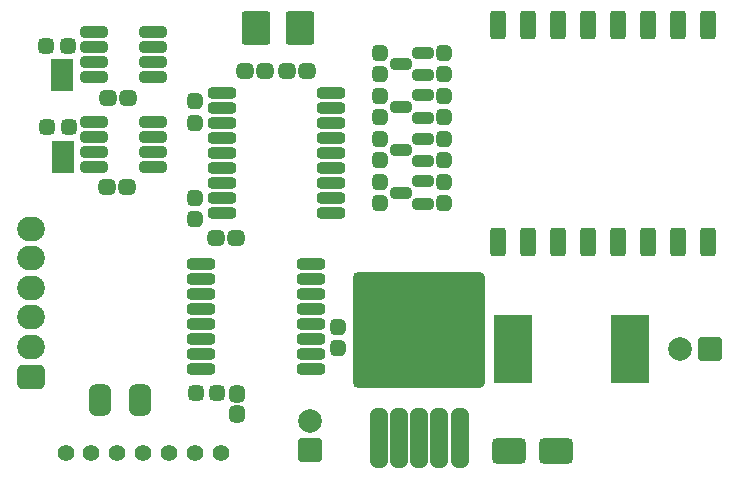
<source format=gbr>
%TF.GenerationSoftware,KiCad,Pcbnew,7.0.6*%
%TF.CreationDate,2023-11-27T09:51:19+01:00*%
%TF.ProjectId,PSACANBridgeHW_v14,50534143-414e-4427-9269-64676548575f,rev?*%
%TF.SameCoordinates,Original*%
%TF.FileFunction,Soldermask,Top*%
%TF.FilePolarity,Negative*%
%FSLAX46Y46*%
G04 Gerber Fmt 4.6, Leading zero omitted, Abs format (unit mm)*
G04 Created by KiCad (PCBNEW 7.0.6) date 2023-11-27 09:51:19*
%MOMM*%
%LPD*%
G01*
G04 APERTURE LIST*
G04 Aperture macros list*
%AMRoundRect*
0 Rectangle with rounded corners*
0 $1 Rounding radius*
0 $2 $3 $4 $5 $6 $7 $8 $9 X,Y pos of 4 corners*
0 Add a 4 corners polygon primitive as box body*
4,1,4,$2,$3,$4,$5,$6,$7,$8,$9,$2,$3,0*
0 Add four circle primitives for the rounded corners*
1,1,$1+$1,$2,$3*
1,1,$1+$1,$4,$5*
1,1,$1+$1,$6,$7*
1,1,$1+$1,$8,$9*
0 Add four rect primitives between the rounded corners*
20,1,$1+$1,$2,$3,$4,$5,0*
20,1,$1+$1,$4,$5,$6,$7,0*
20,1,$1+$1,$6,$7,$8,$9,0*
20,1,$1+$1,$8,$9,$2,$3,0*%
G04 Aperture macros list end*
%ADD10C,1.400000*%
%ADD11RoundRect,0.437500X-0.300000X-0.237500X0.300000X-0.237500X0.300000X0.237500X-0.300000X0.237500X0*%
%ADD12RoundRect,0.437500X0.300000X0.237500X-0.300000X0.237500X-0.300000X-0.237500X0.300000X-0.237500X0*%
%ADD13RoundRect,0.450000X0.725000X-0.600000X0.725000X0.600000X-0.725000X0.600000X-0.725000X-0.600000X0*%
%ADD14O,2.350000X2.100000*%
%ADD15RoundRect,0.437500X0.250000X0.237500X-0.250000X0.237500X-0.250000X-0.237500X0.250000X-0.237500X0*%
%ADD16RoundRect,0.437500X0.237500X-0.250000X0.237500X0.250000X-0.237500X0.250000X-0.237500X-0.250000X0*%
%ADD17RoundRect,0.437500X-0.237500X0.250000X-0.237500X-0.250000X0.237500X-0.250000X0.237500X0.250000X0*%
%ADD18RoundRect,0.200000X-0.450000X1.000000X-0.450000X-1.000000X0.450000X-1.000000X0.450000X1.000000X0*%
%ADD19RoundRect,0.350000X0.587500X0.150000X-0.587500X0.150000X-0.587500X-0.150000X0.587500X-0.150000X0*%
%ADD20RoundRect,0.350000X0.825000X0.150000X-0.825000X0.150000X-0.825000X-0.150000X0.825000X-0.150000X0*%
%ADD21RoundRect,0.437500X0.237500X-0.300000X0.237500X0.300000X-0.237500X0.300000X-0.237500X-0.300000X0*%
%ADD22RoundRect,0.450000X0.300000X-2.050000X0.300000X2.050000X-0.300000X2.050000X-0.300000X-2.050000X0*%
%ADD23RoundRect,0.450002X5.149998X-4.449998X5.149998X4.449998X-5.149998X4.449998X-5.149998X-4.449998X0*%
%ADD24RoundRect,0.200000X1.450000X2.700000X-1.450000X2.700000X-1.450000X-2.700000X1.450000X-2.700000X0*%
%ADD25RoundRect,0.350000X0.875000X0.150000X-0.875000X0.150000X-0.875000X-0.150000X0.875000X-0.150000X0*%
%ADD26RoundRect,0.200000X-1.000000X-1.200000X1.000000X-1.200000X1.000000X1.200000X-1.000000X1.200000X0*%
%ADD27RoundRect,0.581000X0.381000X-0.762000X0.381000X0.762000X-0.381000X0.762000X-0.381000X-0.762000X0*%
%ADD28RoundRect,0.200000X0.800000X0.800000X-0.800000X0.800000X-0.800000X-0.800000X0.800000X-0.800000X0*%
%ADD29C,2.000000*%
%ADD30RoundRect,0.200000X0.750000X-0.500000X0.750000X0.500000X-0.750000X0.500000X-0.750000X-0.500000X0*%
%ADD31RoundRect,0.200000X0.800000X-0.800000X0.800000X0.800000X-0.800000X0.800000X-0.800000X-0.800000X0*%
%ADD32RoundRect,0.450000X-1.000000X-0.650000X1.000000X-0.650000X1.000000X0.650000X-1.000000X0.650000X0*%
G04 APERTURE END LIST*
D10*
%TO.C,REF\u002A\u002A*%
X133574367Y-154025600D03*
%TD*%
%TO.C,REF\u002A\u002A*%
X131385732Y-154025600D03*
%TD*%
%TO.C,REF\u002A\u002A*%
X129197099Y-154025600D03*
%TD*%
%TO.C,REF\u002A\u002A*%
X127008466Y-154025600D03*
%TD*%
%TO.C,REF\u002A\u002A*%
X124819833Y-154025600D03*
%TD*%
%TO.C,REF\u002A\u002A*%
X122631200Y-154025600D03*
%TD*%
%TO.C,REF\u002A\u002A*%
X120442567Y-154025600D03*
%TD*%
D11*
%TO.C,C1*%
X139165900Y-121666000D03*
X140890900Y-121666000D03*
%TD*%
D12*
%TO.C,C2*%
X137334900Y-121666000D03*
X135609900Y-121666000D03*
%TD*%
D11*
%TO.C,C6*%
X123950100Y-131546600D03*
X125675100Y-131546600D03*
%TD*%
D13*
%TO.C,J2*%
X117557500Y-147574000D03*
D14*
X117557500Y-145074000D03*
X117557500Y-142574000D03*
X117557500Y-140074000D03*
X117557500Y-137574000D03*
X117557500Y-135074000D03*
%TD*%
D15*
%TO.C,R10*%
X120721300Y-126466600D03*
X118896300Y-126466600D03*
%TD*%
D16*
%TO.C,R5*%
X152481100Y-121971600D03*
X152481100Y-120146600D03*
%TD*%
%TO.C,R6*%
X152481100Y-125637800D03*
X152481100Y-123812800D03*
%TD*%
D17*
%TO.C,R8*%
X147031100Y-123812800D03*
X147031100Y-125637800D03*
%TD*%
D16*
%TO.C,R11*%
X152481100Y-129278400D03*
X152481100Y-127453400D03*
%TD*%
%TO.C,R12*%
X152481100Y-132919100D03*
X152481100Y-131094100D03*
%TD*%
D17*
%TO.C,R13*%
X147031100Y-127453400D03*
X147031100Y-129278400D03*
%TD*%
%TO.C,R14*%
X147031100Y-131094100D03*
X147031100Y-132919100D03*
%TD*%
D12*
%TO.C,C4*%
X134896500Y-135839200D03*
X133171500Y-135839200D03*
%TD*%
D17*
%TO.C,R3*%
X131367000Y-132437500D03*
X131367000Y-134262500D03*
%TD*%
D16*
%TO.C,R4*%
X131443200Y-126109100D03*
X131443200Y-124284100D03*
%TD*%
D18*
%TO.C,U1*%
X174854600Y-117837200D03*
X172314600Y-117837200D03*
X169774600Y-117837200D03*
X167234600Y-117837200D03*
X164694600Y-117837200D03*
X162154600Y-117837200D03*
X159614600Y-117837200D03*
X157074600Y-117837200D03*
X174844600Y-136223200D03*
X172304600Y-136223200D03*
X169764600Y-136223200D03*
X167224600Y-136223200D03*
X164684600Y-136223200D03*
X162144600Y-136223200D03*
X159604600Y-136223200D03*
X157064600Y-136223200D03*
%TD*%
D19*
%TO.C,Q2*%
X150693600Y-125671600D03*
X150693600Y-123771600D03*
X148818600Y-124721600D03*
%TD*%
D20*
%TO.C,U4*%
X122859800Y-122250200D03*
X122859800Y-120980200D03*
X122859800Y-119710200D03*
X122859800Y-118440200D03*
X127809800Y-118440200D03*
X127809800Y-119710200D03*
X127809800Y-120980200D03*
X127809800Y-122250200D03*
%TD*%
D21*
%TO.C,C3*%
X134964800Y-150743500D03*
X134964800Y-149018500D03*
%TD*%
D22*
%TO.C,U6*%
X146997000Y-152781000D03*
X148697000Y-152781000D03*
X150397000Y-152781000D03*
D23*
X150397000Y-143631000D03*
D22*
X152097000Y-152781000D03*
X153797000Y-152781000D03*
%TD*%
D24*
%TO.C,L1*%
X168246600Y-145262600D03*
X158346600Y-145262600D03*
%TD*%
D11*
%TO.C,C5*%
X124015100Y-123977400D03*
X125740100Y-123977400D03*
%TD*%
D25*
%TO.C,U2*%
X141251200Y-146964400D03*
X141251200Y-145694400D03*
X141251200Y-144424400D03*
X141251200Y-143154400D03*
X141251200Y-141884400D03*
X141251200Y-140614400D03*
X141251200Y-139344400D03*
X141251200Y-138074400D03*
X131951200Y-138074400D03*
X131951200Y-139344400D03*
X131951200Y-140614400D03*
X131951200Y-141884400D03*
X131951200Y-143154400D03*
X131951200Y-144424400D03*
X131951200Y-145694400D03*
X131951200Y-146964400D03*
%TD*%
D19*
%TO.C,Q3*%
X150693600Y-129321600D03*
X150693600Y-127421600D03*
X148818600Y-128371600D03*
%TD*%
D26*
%TO.C,Y1*%
X136593700Y-118096800D03*
X140293700Y-118096800D03*
%TD*%
D19*
%TO.C,Q1*%
X150693600Y-122071600D03*
X150693600Y-120171600D03*
X148818600Y-121121600D03*
%TD*%
D25*
%TO.C,U3*%
X133653000Y-133731000D03*
X133653000Y-132461000D03*
X133653000Y-131191000D03*
X133653000Y-129921000D03*
X133653000Y-128651000D03*
X133653000Y-127381000D03*
X133653000Y-126111000D03*
X133653000Y-124841000D03*
X133653000Y-123571000D03*
X142953000Y-123571000D03*
X142953000Y-124841000D03*
X142953000Y-126111000D03*
X142953000Y-127381000D03*
X142953000Y-128651000D03*
X142953000Y-129921000D03*
X142953000Y-131191000D03*
X142953000Y-132461000D03*
X142953000Y-133731000D03*
%TD*%
D27*
%TO.C,J1*%
X123321800Y-149518700D03*
X126750800Y-149569500D03*
%TD*%
D17*
%TO.C,R7*%
X147031100Y-120159100D03*
X147031100Y-121984100D03*
%TD*%
D28*
%TO.C,C8*%
X175000000Y-145262600D03*
D29*
X172500000Y-145262600D03*
%TD*%
D30*
%TO.C,JP1*%
X120134800Y-122698200D03*
X120134800Y-121398200D03*
%TD*%
D17*
%TO.C,R2*%
X143535400Y-143359500D03*
X143535400Y-145184500D03*
%TD*%
D15*
%TO.C,R9*%
X120640900Y-119620200D03*
X118815900Y-119620200D03*
%TD*%
D30*
%TO.C,JP2*%
X120215200Y-129646200D03*
X120215200Y-128346200D03*
%TD*%
D31*
%TO.C,C7*%
X141147800Y-153807800D03*
D29*
X141147800Y-151307800D03*
%TD*%
D32*
%TO.C,D1*%
X157994600Y-153898600D03*
X161994600Y-153898600D03*
%TD*%
D19*
%TO.C,Q4*%
X150693600Y-132946600D03*
X150693600Y-131046600D03*
X148818600Y-131996600D03*
%TD*%
D15*
%TO.C,R1*%
X133297300Y-148971000D03*
X131472300Y-148971000D03*
%TD*%
D20*
%TO.C,U5*%
X122885200Y-129870200D03*
X122885200Y-128600200D03*
X122885200Y-127330200D03*
X122885200Y-126060200D03*
X127835200Y-126060200D03*
X127835200Y-127330200D03*
X127835200Y-128600200D03*
X127835200Y-129870200D03*
%TD*%
M02*

</source>
